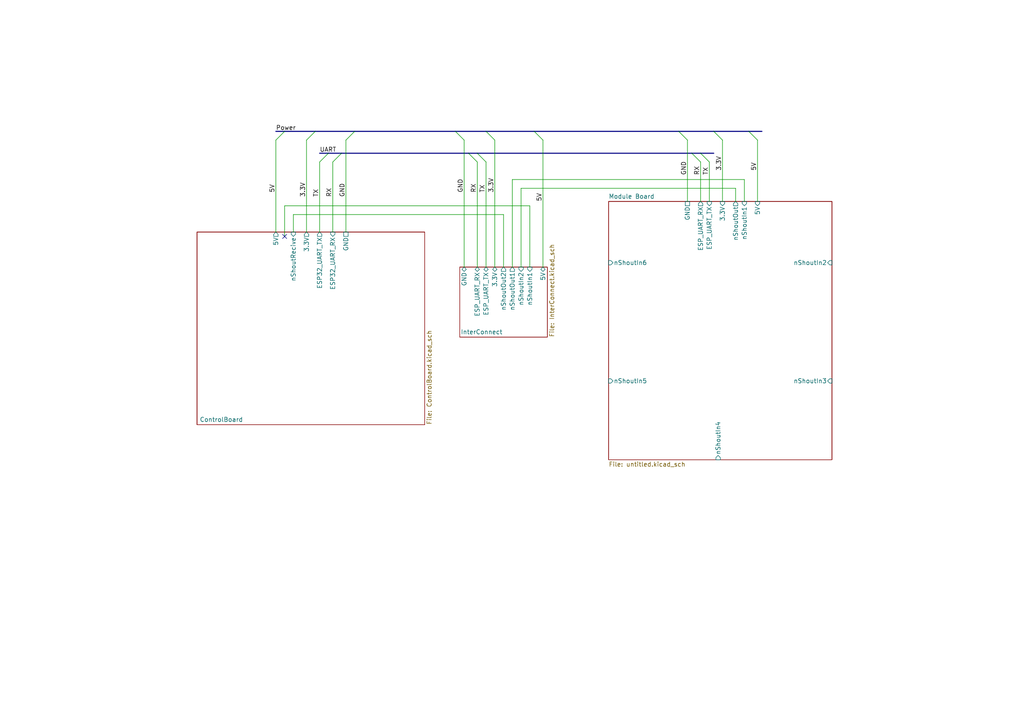
<source format=kicad_sch>
(kicad_sch
	(version 20250114)
	(generator "eeschema")
	(generator_version "9.0")
	(uuid "7b54b20f-95ea-471b-884f-de37eca32e63")
	(paper "A4")
	(title_block
		(title "Basic Connections")
		(date "2025-11-21")
		(rev "1")
		(company "WPI")
		(comment 1 "ECE 2799 T1")
		(comment 2 "Rev 1: AAC")
	)
	(lib_symbols)
	(no_connect
		(at 82.55 68.58)
		(uuid "63c68940-25d6-425b-b1a2-1e513e90a0ee")
	)
	(bus_entry
		(at 95.25 44.45)
		(size -2.54 2.54)
		(stroke
			(width 0)
			(type default)
		)
		(uuid "05d40680-c90f-4175-918f-d7779e975b94")
	)
	(bus_entry
		(at 132.08 38.1)
		(size 2.54 2.54)
		(stroke
			(width 0)
			(type default)
		)
		(uuid "06902517-2e2b-4ced-a5cc-136f0426b044")
	)
	(bus_entry
		(at 140.97 38.1)
		(size 2.54 2.54)
		(stroke
			(width 0)
			(type default)
		)
		(uuid "13882202-7d6b-43e2-8812-26edd10469c4")
	)
	(bus_entry
		(at 200.66 44.45)
		(size 2.54 2.54)
		(stroke
			(width 0)
			(type default)
		)
		(uuid "159bdc2f-daa6-4417-adb9-390c27d97711")
	)
	(bus_entry
		(at 203.2 44.45)
		(size 2.54 2.54)
		(stroke
			(width 0)
			(type default)
		)
		(uuid "170dee23-8698-437a-b739-05757880c325")
	)
	(bus_entry
		(at 102.87 38.1)
		(size -2.54 2.54)
		(stroke
			(width 0)
			(type default)
		)
		(uuid "24924627-49ae-4fe9-85fc-602840dc9d96")
	)
	(bus_entry
		(at 99.06 44.45)
		(size -2.54 2.54)
		(stroke
			(width 0)
			(type default)
		)
		(uuid "28be1e3a-36e4-4f94-bd91-a565bdfd10b7")
	)
	(bus_entry
		(at 138.43 44.45)
		(size 2.54 2.54)
		(stroke
			(width 0)
			(type default)
		)
		(uuid "515a9380-af7f-46f6-8993-def8c07ebbbe")
	)
	(bus_entry
		(at 207.01 38.1)
		(size 2.54 2.54)
		(stroke
			(width 0)
			(type default)
		)
		(uuid "76fddf11-513f-4891-bec0-37d41c2ba1a3")
	)
	(bus_entry
		(at 196.85 38.1)
		(size 2.54 2.54)
		(stroke
			(width 0)
			(type default)
		)
		(uuid "7c04599b-ad39-4a6f-a89d-ab2009123b9c")
	)
	(bus_entry
		(at 135.89 44.45)
		(size 2.54 2.54)
		(stroke
			(width 0)
			(type default)
		)
		(uuid "82bacf5b-e938-43dc-820b-b1b885ec8092")
	)
	(bus_entry
		(at 217.17 38.1)
		(size 2.54 2.54)
		(stroke
			(width 0)
			(type default)
		)
		(uuid "82d7af3e-956d-4226-a2ad-b16d865223e6")
	)
	(bus_entry
		(at 154.94 38.1)
		(size 2.54 2.54)
		(stroke
			(width 0)
			(type default)
		)
		(uuid "b0db31da-f5d4-4799-97e0-738fd77bf313")
	)
	(bus_entry
		(at 91.44 38.1)
		(size -2.54 2.54)
		(stroke
			(width 0)
			(type default)
		)
		(uuid "d295033d-28d5-4e8b-a383-b899e72210a4")
	)
	(bus_entry
		(at 82.55 38.1)
		(size -2.54 2.54)
		(stroke
			(width 0)
			(type default)
		)
		(uuid "da98f2a7-9c5d-4c1c-9709-ef2771cbf93f")
	)
	(wire
		(pts
			(xy 96.52 46.99) (xy 96.52 67.31)
		)
		(stroke
			(width 0)
			(type default)
		)
		(uuid "01b15315-3b46-4871-94c0-101bcc715147")
	)
	(wire
		(pts
			(xy 80.01 40.64) (xy 80.01 67.31)
		)
		(stroke
			(width 0)
			(type default)
		)
		(uuid "0b266e2d-7b2f-498b-b37b-2ced36ebcf9b")
	)
	(wire
		(pts
			(xy 219.71 40.64) (xy 219.71 58.42)
		)
		(stroke
			(width 0)
			(type default)
		)
		(uuid "0ccd5891-7bd6-4b84-8b31-453d1f2cd44f")
	)
	(bus
		(pts
			(xy 80.01 38.1) (xy 82.55 38.1)
		)
		(stroke
			(width 0)
			(type default)
		)
		(uuid "0d71538f-f9d0-4e6b-9aae-c4257f7e4ad3")
	)
	(wire
		(pts
			(xy 85.09 67.31) (xy 85.09 62.23)
		)
		(stroke
			(width 0)
			(type default)
		)
		(uuid "1be0cf5b-1495-4660-8d3e-ef7823c18b32")
	)
	(wire
		(pts
			(xy 213.36 58.42) (xy 213.36 54.61)
		)
		(stroke
			(width 0)
			(type default)
		)
		(uuid "1c7a3c74-d8cd-4667-8b41-0ea585f586ad")
	)
	(wire
		(pts
			(xy 151.13 54.61) (xy 151.13 77.47)
		)
		(stroke
			(width 0)
			(type default)
		)
		(uuid "22f278a3-85c7-441a-8199-1240c7f18077")
	)
	(bus
		(pts
			(xy 95.25 44.45) (xy 99.06 44.45)
		)
		(stroke
			(width 0)
			(type default)
		)
		(uuid "298de45f-e1eb-426b-8663-ef882273a16c")
	)
	(wire
		(pts
			(xy 134.62 40.64) (xy 134.62 77.47)
		)
		(stroke
			(width 0)
			(type default)
		)
		(uuid "2b341e1d-f58b-4487-bd4a-24c4b702a8db")
	)
	(wire
		(pts
			(xy 146.05 62.23) (xy 146.05 77.47)
		)
		(stroke
			(width 0)
			(type default)
		)
		(uuid "31893cd8-934e-427a-9985-0d6134ff1c9c")
	)
	(bus
		(pts
			(xy 138.43 44.45) (xy 200.66 44.45)
		)
		(stroke
			(width 0)
			(type default)
		)
		(uuid "4ef60690-416b-48dc-b645-fdffbcf6e7f5")
	)
	(wire
		(pts
			(xy 153.67 77.47) (xy 153.67 59.69)
		)
		(stroke
			(width 0)
			(type default)
		)
		(uuid "54d662c1-c35e-46c8-81dd-de6d90b53acd")
	)
	(wire
		(pts
			(xy 213.36 54.61) (xy 151.13 54.61)
		)
		(stroke
			(width 0)
			(type default)
		)
		(uuid "589c0b3f-8516-44e0-8d59-1e6079e3db60")
	)
	(bus
		(pts
			(xy 82.55 38.1) (xy 91.44 38.1)
		)
		(stroke
			(width 0)
			(type default)
		)
		(uuid "62523c5f-8ea6-40f1-8ca1-b2168f621a14")
	)
	(wire
		(pts
			(xy 148.59 52.07) (xy 215.9 52.07)
		)
		(stroke
			(width 0)
			(type default)
		)
		(uuid "689da420-e860-4106-b586-44cb0194349b")
	)
	(wire
		(pts
			(xy 88.9 40.64) (xy 88.9 67.31)
		)
		(stroke
			(width 0)
			(type default)
		)
		(uuid "75a2b2cb-e6a2-46c4-88d6-55a5e8786be3")
	)
	(wire
		(pts
			(xy 205.74 46.99) (xy 205.74 58.42)
		)
		(stroke
			(width 0)
			(type default)
		)
		(uuid "75db9b54-1161-4913-8554-893f472f3763")
	)
	(wire
		(pts
			(xy 100.33 40.64) (xy 100.33 67.31)
		)
		(stroke
			(width 0)
			(type default)
		)
		(uuid "7a6525ba-eebe-4f1d-8021-91b9fad95c66")
	)
	(wire
		(pts
			(xy 82.55 59.69) (xy 82.55 68.58)
		)
		(stroke
			(width 0)
			(type default)
		)
		(uuid "8359e6d2-e636-462f-98b0-533952f62937")
	)
	(wire
		(pts
			(xy 199.39 40.64) (xy 199.39 58.42)
		)
		(stroke
			(width 0)
			(type default)
		)
		(uuid "8507e8d1-046f-46fc-9df1-8f8fcc8d5fbb")
	)
	(wire
		(pts
			(xy 153.67 59.69) (xy 82.55 59.69)
		)
		(stroke
			(width 0)
			(type default)
		)
		(uuid "85f47b17-465e-4598-b390-d5a4b7939bb2")
	)
	(wire
		(pts
			(xy 92.71 46.99) (xy 92.71 67.31)
		)
		(stroke
			(width 0)
			(type default)
		)
		(uuid "882bc94a-edf8-4398-a7b5-ee5159df86a6")
	)
	(wire
		(pts
			(xy 140.97 46.99) (xy 140.97 77.47)
		)
		(stroke
			(width 0)
			(type default)
		)
		(uuid "8e550394-30a7-4935-b259-e2c390d3c721")
	)
	(bus
		(pts
			(xy 135.89 44.45) (xy 138.43 44.45)
		)
		(stroke
			(width 0)
			(type default)
		)
		(uuid "8ea4c5ae-0c2a-4b27-a376-b2bf344a7788")
	)
	(bus
		(pts
			(xy 102.87 38.1) (xy 132.08 38.1)
		)
		(stroke
			(width 0)
			(type default)
		)
		(uuid "90765b37-9d2b-4a60-aa68-d41a552925df")
	)
	(wire
		(pts
			(xy 203.2 46.99) (xy 203.2 58.42)
		)
		(stroke
			(width 0)
			(type default)
		)
		(uuid "a9f1fbd6-ba78-42eb-a9c2-7cf92ea4c229")
	)
	(bus
		(pts
			(xy 207.01 38.1) (xy 217.17 38.1)
		)
		(stroke
			(width 0)
			(type default)
		)
		(uuid "b455ec2b-6347-4eb7-b103-54b807ff02c4")
	)
	(bus
		(pts
			(xy 92.71 44.45) (xy 95.25 44.45)
		)
		(stroke
			(width 0)
			(type default)
		)
		(uuid "bcc58db5-2094-4977-8321-22c12cd70b91")
	)
	(bus
		(pts
			(xy 132.08 38.1) (xy 140.97 38.1)
		)
		(stroke
			(width 0)
			(type default)
		)
		(uuid "be2eacc1-e332-4e42-a20c-bad127073a7f")
	)
	(wire
		(pts
			(xy 85.09 62.23) (xy 146.05 62.23)
		)
		(stroke
			(width 0)
			(type default)
		)
		(uuid "c2aa6d6d-fea9-47be-b039-96b67c1a922f")
	)
	(bus
		(pts
			(xy 140.97 38.1) (xy 154.94 38.1)
		)
		(stroke
			(width 0)
			(type default)
		)
		(uuid "c64a9d70-c81c-4a51-92a9-9cbf7fc5396a")
	)
	(bus
		(pts
			(xy 217.17 38.1) (xy 220.98 38.1)
		)
		(stroke
			(width 0)
			(type default)
		)
		(uuid "cd93bef7-c5b5-4769-89f2-2aa7b5730e98")
	)
	(bus
		(pts
			(xy 203.2 44.45) (xy 207.01 44.45)
		)
		(stroke
			(width 0)
			(type default)
		)
		(uuid "d4b1b102-1ef3-4c26-b1c6-fbec032cfba6")
	)
	(wire
		(pts
			(xy 148.59 77.47) (xy 148.59 52.07)
		)
		(stroke
			(width 0)
			(type default)
		)
		(uuid "d95cd02d-efec-4c9b-9613-289187c1abdc")
	)
	(wire
		(pts
			(xy 157.48 40.64) (xy 157.48 77.47)
		)
		(stroke
			(width 0)
			(type default)
		)
		(uuid "dfd6eb38-5d4a-4ec4-829e-dc5c951f8d06")
	)
	(wire
		(pts
			(xy 143.51 40.64) (xy 143.51 77.47)
		)
		(stroke
			(width 0)
			(type default)
		)
		(uuid "e1604827-65a0-462c-88ac-dc823bb9f364")
	)
	(bus
		(pts
			(xy 99.06 44.45) (xy 135.89 44.45)
		)
		(stroke
			(width 0)
			(type default)
		)
		(uuid "e31d6a94-714b-4aa3-9a79-0b8925d8e700")
	)
	(wire
		(pts
			(xy 209.55 40.64) (xy 209.55 58.42)
		)
		(stroke
			(width 0)
			(type default)
		)
		(uuid "e5b2c4d4-8825-4e08-a74e-5d20691754cf")
	)
	(bus
		(pts
			(xy 196.85 38.1) (xy 207.01 38.1)
		)
		(stroke
			(width 0)
			(type default)
		)
		(uuid "e5bd0731-782f-4675-945c-e503ef79ef76")
	)
	(bus
		(pts
			(xy 154.94 38.1) (xy 196.85 38.1)
		)
		(stroke
			(width 0)
			(type default)
		)
		(uuid "e82cd4d8-ac2f-4949-ae9f-283dff88ce85")
	)
	(bus
		(pts
			(xy 91.44 38.1) (xy 102.87 38.1)
		)
		(stroke
			(width 0)
			(type default)
		)
		(uuid "ec5b02d4-9ed1-4fce-9886-8e0f3b14ce71")
	)
	(wire
		(pts
			(xy 215.9 52.07) (xy 215.9 58.42)
		)
		(stroke
			(width 0)
			(type default)
		)
		(uuid "f0528a5d-bae3-46fc-a582-158152e5c9fc")
	)
	(bus
		(pts
			(xy 200.66 44.45) (xy 203.2 44.45)
		)
		(stroke
			(width 0)
			(type default)
		)
		(uuid "f6cb0d81-b88a-4233-9f7a-dbbf76843209")
	)
	(wire
		(pts
			(xy 138.43 46.99) (xy 138.43 77.47)
		)
		(stroke
			(width 0)
			(type default)
		)
		(uuid "fe3dd572-cf45-4a80-90eb-774dc4bb9ecf")
	)
	(label "UART"
		(at 92.71 44.45 0)
		(effects
			(font
				(size 1.27 1.27)
			)
			(justify left bottom)
		)
		(uuid "05183f2b-7c56-43e6-ad5d-754ab02f54dc")
	)
	(label "3.3V"
		(at 143.51 55.88 90)
		(effects
			(font
				(size 1.27 1.27)
			)
			(justify left bottom)
		)
		(uuid "082a5b49-85c8-42bb-bab1-018329d8aa9a")
	)
	(label "5V"
		(at 157.48 58.42 90)
		(effects
			(font
				(size 1.27 1.27)
			)
			(justify left bottom)
		)
		(uuid "0ab4285f-10d8-4e8b-8397-09d9f9867edc")
	)
	(label "TX"
		(at 205.74 50.8 90)
		(effects
			(font
				(size 1.27 1.27)
			)
			(justify left bottom)
		)
		(uuid "129f896f-6775-4dbc-9fa3-a5fb0a529a68")
	)
	(label "5V"
		(at 80.01 55.88 90)
		(effects
			(font
				(size 1.27 1.27)
			)
			(justify left bottom)
		)
		(uuid "185f06cc-bd72-403a-94b3-b1d689de0dae")
	)
	(label "TX"
		(at 140.97 55.88 90)
		(effects
			(font
				(size 1.27 1.27)
			)
			(justify left bottom)
		)
		(uuid "2cbd7aff-5b95-4b21-9840-e5f5bd396f84")
	)
	(label "GND"
		(at 199.39 50.8 90)
		(effects
			(font
				(size 1.27 1.27)
			)
			(justify left bottom)
		)
		(uuid "3a7732ff-a993-46d9-8c25-74319665e964")
	)
	(label "RX"
		(at 203.2 50.8 90)
		(effects
			(font
				(size 1.27 1.27)
			)
			(justify left bottom)
		)
		(uuid "4bbaebc3-9c8c-455d-8f5b-1894b0c1c265")
	)
	(label "RX"
		(at 138.43 55.88 90)
		(effects
			(font
				(size 1.27 1.27)
			)
			(justify left bottom)
		)
		(uuid "6c1e988b-442d-4882-bae6-02d122a3e683")
	)
	(label "3.3V"
		(at 88.9 57.15 90)
		(effects
			(font
				(size 1.27 1.27)
			)
			(justify left bottom)
		)
		(uuid "71d27d4b-f7cc-43ac-9603-2662e6740d50")
	)
	(label "RX"
		(at 96.52 57.15 90)
		(effects
			(font
				(size 1.27 1.27)
			)
			(justify left bottom)
		)
		(uuid "854a542f-1b4e-4dbf-b32d-350042fab31a")
	)
	(label "TX"
		(at 92.71 57.15 90)
		(effects
			(font
				(size 1.27 1.27)
			)
			(justify left bottom)
		)
		(uuid "993034f0-f28e-44f5-9856-61fa5273b298")
	)
	(label "5V"
		(at 219.71 49.53 90)
		(effects
			(font
				(size 1.27 1.27)
			)
			(justify left bottom)
		)
		(uuid "afcc16ce-1652-471d-b6a5-2f240ed1833b")
	)
	(label "GND"
		(at 134.62 55.88 90)
		(effects
			(font
				(size 1.27 1.27)
			)
			(justify left bottom)
		)
		(uuid "cf404fe2-82c2-459d-8d5b-761d41ba6a6e")
	)
	(label "3.3V"
		(at 209.55 49.53 90)
		(effects
			(font
				(size 1.27 1.27)
			)
			(justify left bottom)
		)
		(uuid "e6b81e10-0e09-48a2-82fb-1ece787ad2a8")
	)
	(label "Power"
		(at 80.01 38.1 0)
		(effects
			(font
				(size 1.27 1.27)
			)
			(justify left bottom)
		)
		(uuid "eeb6fff2-6d4b-49a0-a01e-91dbf5604af7")
	)
	(label "GND"
		(at 100.33 57.15 90)
		(effects
			(font
				(size 1.27 1.27)
			)
			(justify left bottom)
		)
		(uuid "f6e7934e-806b-4c81-8c89-a5e163f21827")
	)
	(sheet
		(at 133.35 77.47)
		(size 25.4 20.32)
		(exclude_from_sim no)
		(in_bom yes)
		(on_board yes)
		(dnp no)
		(stroke
			(width 0.1524)
			(type solid)
		)
		(fill
			(color 0 0 0 0.0000)
		)
		(uuid "59bd2b5d-42f3-4e2d-adcb-a95765ebc7bc")
		(property "Sheetname" "InterConnect"
			(at 133.604 97.028 0)
			(effects
				(font
					(size 1.27 1.27)
				)
				(justify left bottom)
			)
		)
		(property "Sheetfile" "InterConnect.kicad_sch"
			(at 159.3346 97.79 90)
			(effects
				(font
					(size 1.27 1.27)
				)
				(justify left top)
			)
		)
		(pin "3.3V" bidirectional
			(at 143.51 77.47 90)
			(uuid "6b8a35d4-4edb-425a-a72c-ef59f8358bdc")
			(effects
				(font
					(size 1.27 1.27)
				)
				(justify right)
			)
		)
		(pin "ESP_UART_RX" bidirectional
			(at 138.43 77.47 90)
			(uuid "5cb55472-33d6-4b4c-a6f2-1a3f39a3cfe3")
			(effects
				(font
					(size 1.27 1.27)
				)
				(justify right)
			)
		)
		(pin "ESP_UART_TX" bidirectional
			(at 140.97 77.47 90)
			(uuid "20c9ec99-11f5-436a-acfa-05bf4fbd9388")
			(effects
				(font
					(size 1.27 1.27)
				)
				(justify right)
			)
		)
		(pin "GND" bidirectional
			(at 134.62 77.47 90)
			(uuid "fb29039c-c6b7-4d88-8c14-c66d1fcd8197")
			(effects
				(font
					(size 1.27 1.27)
				)
				(justify right)
			)
		)
		(pin "5V" bidirectional
			(at 157.48 77.47 90)
			(uuid "fb6b9fc7-11af-4a95-8375-4512975a7a4f")
			(effects
				(font
					(size 1.27 1.27)
				)
				(justify right)
			)
		)
		(pin "nShoutOut1" output
			(at 148.59 77.47 90)
			(uuid "c5816a3b-68ae-4aab-a769-281cdd217d2a")
			(effects
				(font
					(size 1.27 1.27)
				)
				(justify right)
			)
		)
		(pin "nShoutIn2" input
			(at 151.13 77.47 90)
			(uuid "56432079-ea80-4973-91d3-4e9be9ff20f0")
			(effects
				(font
					(size 1.27 1.27)
				)
				(justify right)
			)
		)
		(pin "nShoutIn1" input
			(at 153.67 77.47 90)
			(uuid "688664b1-d692-49a5-965b-dc2fccd65158")
			(effects
				(font
					(size 1.27 1.27)
				)
				(justify right)
			)
		)
		(pin "nShoutOut2" output
			(at 146.05 77.47 90)
			(uuid "f61d6260-a0e9-410e-a065-ab6187bbf4ef")
			(effects
				(font
					(size 1.27 1.27)
				)
				(justify right)
			)
		)
		(instances
			(project "ECE 2799 Rose Actuator Boards V2"
				(path "/7b54b20f-95ea-471b-884f-de37eca32e63"
					(page "4")
				)
			)
		)
	)
	(sheet
		(at 57.15 67.31)
		(size 66.04 55.88)
		(exclude_from_sim no)
		(in_bom yes)
		(on_board yes)
		(dnp no)
		(stroke
			(width 0.1524)
			(type solid)
		)
		(fill
			(color 0 0 0 0.0000)
		)
		(uuid "680dcb38-59ad-40f5-9cf6-60f2a89c70fa")
		(property "Sheetname" "ControlBoard"
			(at 57.912 122.428 0)
			(effects
				(font
					(size 1.27 1.27)
				)
				(justify left bottom)
			)
		)
		(property "Sheetfile" "ControlBoard.kicad_sch"
			(at 123.7746 123.19 90)
			(effects
				(font
					(size 1.27 1.27)
				)
				(justify left top)
			)
		)
		(pin "nShoutRecive" input
			(at 85.09 67.31 90)
			(uuid "5bee95dc-c968-4f99-b98c-c8d69493a8a6")
			(effects
				(font
					(size 1.27 1.27)
				)
				(justify right)
			)
		)
		(pin "ESP32_UART_RX" input
			(at 96.52 67.31 90)
			(uuid "3f003060-7007-4012-954c-9f11f9c7928a")
			(effects
				(font
					(size 1.27 1.27)
				)
				(justify right)
			)
		)
		(pin "ESP32_UART_TX" output
			(at 92.71 67.31 90)
			(uuid "c83f72bd-7a31-4ff4-ac0a-17813915e91f")
			(effects
				(font
					(size 1.27 1.27)
				)
				(justify right)
			)
		)
		(pin "5V" output
			(at 80.01 67.31 90)
			(uuid "9a78ad19-0768-4c9e-9053-4553dc9d19e2")
			(effects
				(font
					(size 1.27 1.27)
				)
				(justify right)
			)
		)
		(pin "GND" passive
			(at 100.33 67.31 90)
			(uuid "fb43da7f-7c39-4f75-82ec-4f3dd94c0c5f")
			(effects
				(font
					(size 1.27 1.27)
				)
				(justify right)
			)
		)
		(pin "3.3V" output
			(at 88.9 67.31 90)
			(uuid "1705fe72-640a-489e-956c-23a08dce1e60")
			(effects
				(font
					(size 1.27 1.27)
				)
				(justify right)
			)
		)
		(instances
			(project "ECE 2799 Rose Actuator Boards V2"
				(path "/7b54b20f-95ea-471b-884f-de37eca32e63"
					(page "4")
				)
			)
		)
	)
	(sheet
		(at 176.53 58.42)
		(size 64.77 74.93)
		(exclude_from_sim no)
		(in_bom yes)
		(on_board yes)
		(dnp no)
		(fields_autoplaced yes)
		(stroke
			(width 0.1524)
			(type solid)
		)
		(fill
			(color 0 0 0 0.0000)
		)
		(uuid "ade90999-66ba-45a5-aa88-d83240307211")
		(property "Sheetname" "Module Board"
			(at 176.53 57.7084 0)
			(effects
				(font
					(size 1.27 1.27)
				)
				(justify left bottom)
			)
		)
		(property "Sheetfile" "untitled.kicad_sch"
			(at 176.53 133.9346 0)
			(effects
				(font
					(size 1.27 1.27)
				)
				(justify left top)
			)
		)
		(pin "ESP_UART_RX" output
			(at 203.2 58.42 90)
			(uuid "18212023-1166-420a-b95e-e1ed52c2043e")
			(effects
				(font
					(size 1.27 1.27)
				)
				(justify right)
			)
		)
		(pin "nShoutIn6" input
			(at 176.53 76.2 180)
			(uuid "bbcd9b4a-66e4-4799-bd4e-43fe9a8549a5")
			(effects
				(font
					(size 1.27 1.27)
				)
				(justify left)
			)
		)
		(pin "nShoutIn2" input
			(at 241.3 76.2 0)
			(uuid "a54244ad-a990-43c3-ac88-7b985cb17fcd")
			(effects
				(font
					(size 1.27 1.27)
				)
				(justify right)
			)
		)
		(pin "3.3V" input
			(at 209.55 58.42 90)
			(uuid "b5d3ef9c-badf-4acc-982c-27e2c9ff6692")
			(effects
				(font
					(size 1.27 1.27)
				)
				(justify right)
			)
		)
		(pin "nShoutIn4" input
			(at 208.28 133.35 270)
			(uuid "220ad45e-d1cd-4c60-901c-9f39cf79359a")
			(effects
				(font
					(size 1.27 1.27)
				)
				(justify left)
			)
		)
		(pin "5V" input
			(at 219.71 58.42 90)
			(uuid "32f7978e-2ddf-4c1c-ba1c-1204b2d0ec57")
			(effects
				(font
					(size 1.27 1.27)
				)
				(justify right)
			)
		)
		(pin "nShoutIn3" input
			(at 241.3 110.49 0)
			(uuid "ec92ba7f-22d3-4409-9481-68b6a56c3e3f")
			(effects
				(font
					(size 1.27 1.27)
				)
				(justify right)
			)
		)
		(pin "nShoutIn5" input
			(at 176.53 110.49 180)
			(uuid "aad0282d-d06d-4d32-b5c7-bdee9301e29f")
			(effects
				(font
					(size 1.27 1.27)
				)
				(justify left)
			)
		)
		(pin "nShoutOut" output
			(at 213.36 58.42 90)
			(uuid "21fcba99-bbea-4466-a9dc-9cc7f57d8e72")
			(effects
				(font
					(size 1.27 1.27)
				)
				(justify right)
			)
		)
		(pin "nShoutIn1" input
			(at 215.9 58.42 90)
			(uuid "d5907377-368c-425d-9fb2-4d16b8b7f920")
			(effects
				(font
					(size 1.27 1.27)
				)
				(justify right)
			)
		)
		(pin "ESP_UART_TX" input
			(at 205.74 58.42 90)
			(uuid "55c1bc22-3509-449e-a6d6-04673278e79f")
			(effects
				(font
					(size 1.27 1.27)
				)
				(justify right)
			)
		)
		(pin "GND" passive
			(at 199.39 58.42 90)
			(uuid "7d6e6593-c063-4b15-ad0f-b05166fe4b79")
			(effects
				(font
					(size 1.27 1.27)
				)
				(justify right)
			)
		)
		(instances
			(project "ECE 2799 Rose Actuator Boards V2"
				(path "/7b54b20f-95ea-471b-884f-de37eca32e63"
					(page "2")
				)
			)
		)
	)
	(sheet_instances
		(path "/"
			(page "1")
		)
	)
	(embedded_fonts no)
)

</source>
